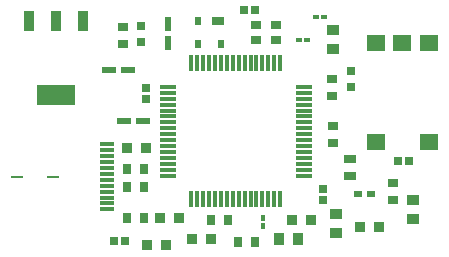
<source format=gtp>
G04*
G04 #@! TF.GenerationSoftware,Altium Limited,Altium Designer,24.2.2 (26)*
G04*
G04 Layer_Color=8421504*
%FSLAX44Y44*%
%MOMM*%
G71*
G04*
G04 #@! TF.SameCoordinates,B7ABE9E6-FD17-4C81-B930-EBB6A9B4DABB*
G04*
G04*
G04 #@! TF.FilePolarity,Positive*
G04*
G01*
G75*
%ADD14R,1.0000X0.9500*%
%ADD15R,1.4750X0.3000*%
%ADD16R,0.3000X1.4750*%
%ADD17R,1.6000X1.4000*%
%ADD18R,0.9000X0.8000*%
%ADD19R,0.4700X0.4400*%
%ADD20R,1.2000X0.3000*%
%ADD21R,1.0000X0.2000*%
%ADD22R,0.9000X0.6500*%
%ADD23R,0.6500X0.9000*%
%ADD24R,0.6400X0.6500*%
%ADD25R,0.9000X0.9500*%
%ADD26R,1.1500X0.5500*%
%ADD27R,3.2000X1.7500*%
%ADD28R,0.9500X1.7500*%
%ADD29R,1.0000X0.7000*%
%ADD30R,0.6000X0.7000*%
%ADD31R,0.8500X0.9500*%
%ADD32R,0.9500X1.0000*%
%ADD33R,0.7000X0.6500*%
%ADD34R,0.5500X1.1500*%
%ADD35R,0.9900X0.7800*%
%ADD36R,0.6500X0.6400*%
%ADD37R,0.4400X0.4700*%
%ADD38R,0.7000X0.6000*%
D14*
X657860Y1035430D02*
D03*
Y1019430D02*
D03*
X593090Y1023110D02*
D03*
Y1007110D02*
D03*
X590550Y1162940D02*
D03*
Y1178940D02*
D03*
D15*
X565380Y1130970D02*
D03*
Y1125970D02*
D03*
Y1120970D02*
D03*
Y1115970D02*
D03*
Y1110970D02*
D03*
Y1105970D02*
D03*
Y1100970D02*
D03*
Y1095970D02*
D03*
Y1090970D02*
D03*
Y1085970D02*
D03*
Y1080970D02*
D03*
Y1075970D02*
D03*
Y1070970D02*
D03*
Y1065970D02*
D03*
Y1060970D02*
D03*
Y1055970D02*
D03*
X450620D02*
D03*
Y1060970D02*
D03*
Y1065970D02*
D03*
Y1070970D02*
D03*
Y1075970D02*
D03*
Y1080970D02*
D03*
Y1085970D02*
D03*
Y1090970D02*
D03*
Y1095970D02*
D03*
Y1100970D02*
D03*
Y1105970D02*
D03*
Y1110970D02*
D03*
Y1115970D02*
D03*
Y1120970D02*
D03*
Y1125970D02*
D03*
Y1130970D02*
D03*
D16*
X545500Y1036090D02*
D03*
X540500D02*
D03*
X535500D02*
D03*
X530500D02*
D03*
X525500D02*
D03*
X520500D02*
D03*
X515500D02*
D03*
X510500D02*
D03*
X505500D02*
D03*
X500500D02*
D03*
X495500D02*
D03*
X490500D02*
D03*
X485500D02*
D03*
X480500D02*
D03*
X475500D02*
D03*
X470500D02*
D03*
Y1150850D02*
D03*
X475500D02*
D03*
X480500D02*
D03*
X485500D02*
D03*
X490500D02*
D03*
X495500D02*
D03*
X500500D02*
D03*
X505500D02*
D03*
X510500D02*
D03*
X515500D02*
D03*
X520500D02*
D03*
X525500D02*
D03*
X530500D02*
D03*
X535500D02*
D03*
X540500D02*
D03*
X545500D02*
D03*
D17*
X626470Y1084490D02*
D03*
Y1168490D02*
D03*
X671470Y1084490D02*
D03*
Y1168490D02*
D03*
X648970D02*
D03*
D18*
X541650Y1183540D02*
D03*
X525150D02*
D03*
Y1171040D02*
D03*
X541650D02*
D03*
D19*
X582470Y1189990D02*
D03*
X575770D02*
D03*
X568500Y1170940D02*
D03*
X561800D02*
D03*
D20*
X399230Y1082360D02*
D03*
Y1077360D02*
D03*
Y1072360D02*
D03*
Y1067360D02*
D03*
Y1062360D02*
D03*
Y1057360D02*
D03*
Y1052360D02*
D03*
Y1047360D02*
D03*
Y1042360D02*
D03*
Y1037360D02*
D03*
Y1032360D02*
D03*
Y1027360D02*
D03*
D21*
X353430Y1054860D02*
D03*
X322430D02*
D03*
D22*
X412750Y1182000D02*
D03*
Y1167500D02*
D03*
X590550Y1098180D02*
D03*
Y1083680D02*
D03*
X641350Y1049920D02*
D03*
Y1035420D02*
D03*
X589280Y1137550D02*
D03*
Y1123050D02*
D03*
D23*
X430160Y1061720D02*
D03*
X415660D02*
D03*
X524140Y999490D02*
D03*
X509640D02*
D03*
X430530Y1046480D02*
D03*
X416030D02*
D03*
X430160Y1019810D02*
D03*
X415660D02*
D03*
X501280Y1018540D02*
D03*
X486780D02*
D03*
D24*
X431800Y1129720D02*
D03*
Y1120720D02*
D03*
X581660Y1044630D02*
D03*
Y1035630D02*
D03*
D25*
X416180Y1079500D02*
D03*
X432180D02*
D03*
X613030Y1012190D02*
D03*
X629030D02*
D03*
X448690Y996950D02*
D03*
X432690D02*
D03*
X444120Y1019810D02*
D03*
X460120D02*
D03*
X555500Y1018540D02*
D03*
X571500D02*
D03*
D26*
X429640Y1102360D02*
D03*
X413640D02*
D03*
X416940Y1145540D02*
D03*
X400940D02*
D03*
D27*
X355600Y1124200D02*
D03*
D28*
X332600Y1187200D02*
D03*
X355600D02*
D03*
X378600D02*
D03*
D29*
X493300Y1187130D02*
D03*
D30*
X476300D02*
D03*
Y1167130D02*
D03*
X495300D02*
D03*
D31*
X470790Y1002030D02*
D03*
X486790D02*
D03*
D32*
X560450D02*
D03*
X544450D02*
D03*
D33*
X427990Y1168870D02*
D03*
Y1182370D02*
D03*
X605790Y1131170D02*
D03*
Y1144670D02*
D03*
D34*
X450850Y1168020D02*
D03*
Y1184020D02*
D03*
D35*
X604520Y1055990D02*
D03*
Y1069990D02*
D03*
D36*
X405130Y1000760D02*
D03*
X414130D02*
D03*
X645740Y1068070D02*
D03*
X654740D02*
D03*
X523930Y1196340D02*
D03*
X514930D02*
D03*
D37*
X530860Y1020160D02*
D03*
Y1013460D02*
D03*
D38*
X611720Y1040130D02*
D03*
X622720D02*
D03*
M02*

</source>
